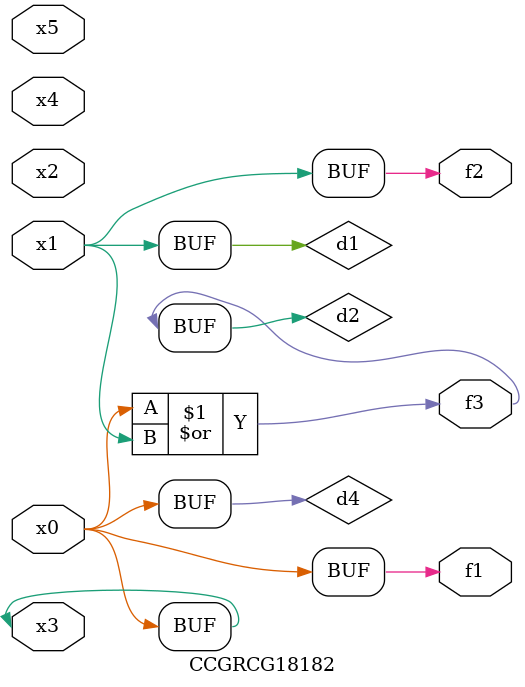
<source format=v>
module CCGRCG18182(
	input x0, x1, x2, x3, x4, x5,
	output f1, f2, f3
);

	wire d1, d2, d3, d4;

	and (d1, x1);
	or (d2, x0, x1);
	nand (d3, x0, x5);
	buf (d4, x0, x3);
	assign f1 = d4;
	assign f2 = d1;
	assign f3 = d2;
endmodule

</source>
